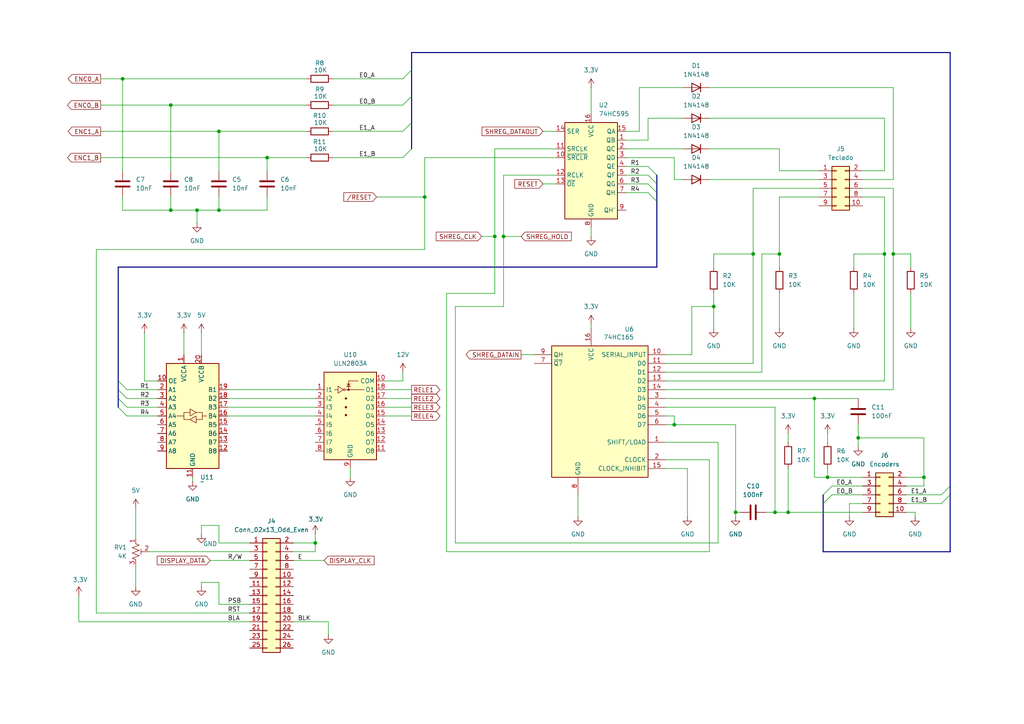
<source format=kicad_sch>
(kicad_sch (version 20231120) (generator "eeschema") (generator_version "8.0")
  (paper "A4")
  (lib_symbols
    (symbol "74xx:74HC165"
      (property "Reference" "U6" (at -3.556 22.606 0))
      (property "Value" "74HC165" (at -3.556 20.32 0))
      (symbol "74HC165_1_0"
        (pin input line (at -12.7 -10.16 0) (length 5.08) (name "SHIFT/LOAD") (number "1"))
        (pin input line (at -12.7 15.24 0) (length 5.08) (name "SERIAL_INPUT") (number "10"))
        (pin input line (at -12.7 12.7 0) (length 5.08) (name "D0") (number "11"))
        (pin input line (at -12.7 10.16 0) (length 5.08) (name "D1") (number "12"))
        (pin input line (at -12.7 7.62 0) (length 5.08) (name "D2") (number "13"))
        (pin input line (at -12.7 5.08 0) (length 5.08) (name "D3") (number "14"))
        (pin input line (at -12.7 -17.78 0) (length 5.08) (name "CLOCK_INHIBIT") (number "15"))
        (pin power_in line (at 8.89 22.86 270) (length 5.08) (name "VCC") (number "16"))
        (pin input line (at -12.7 -15.24 0) (length 5.08) (name "CLOCK") (number "2"))
        (pin input line (at -12.7 2.54 0) (length 5.08) (name "D4") (number "3"))
        (pin input line (at -12.7 0 0) (length 5.08) (name "D5") (number "4"))
        (pin input line (at -12.7 -2.54 0) (length 5.08) (name "D6") (number "5"))
        (pin input line (at -12.7 -5.08 0) (length 5.08) (name "D7") (number "6"))
        (pin output line (at 25.4 12.7 180) (length 5.08) (name "~{Q7}") (number "7"))
        (pin power_in line (at 12.7 -25.4 90) (length 5.08) (name "GND") (number "8"))
        (pin output line (at 25.4 15.24 180) (length 5.08) (name "QH") (number "9"))
      )
      (symbol "74HC165_1_1"
        (rectangle (start -7.62 17.78) (end 20.32 -20.32) (stroke (width 0.254)) (fill (type background)))
      )
    )
    (symbol "74xx:74HC595"
      (property "Reference" "U" (at -7.62 13.97 0))
      (property "Value" "74HC595" (at -7.62 -16.51 0))
      (symbol "74HC595_1_0"
        (pin tri_state line (at 10.16 7.62 180) (length 2.54) (name "QB") (number "1"))
        (pin input line (at -10.16 2.54 0) (length 2.54) (name "~{SRCLR}") (number "10"))
        (pin input line (at -10.16 5.08 0) (length 2.54) (name "SRCLK") (number "11"))
        (pin input line (at -10.16 -2.54 0) (length 2.54) (name "RCLK") (number "12"))
        (pin input line (at -10.16 -5.08 0) (length 2.54) (name "~{OE}") (number "13"))
        (pin input line (at -10.16 10.16 0) (length 2.54) (name "SER") (number "14"))
        (pin tri_state line (at 10.16 10.16 180) (length 2.54) (name "QA") (number "15"))
        (pin power_in line (at 0 15.24 270) (length 2.54) (name "VCC") (number "16"))
        (pin tri_state line (at 10.16 5.08 180) (length 2.54) (name "QC") (number "2"))
        (pin tri_state line (at 10.16 2.54 180) (length 2.54) (name "QD") (number "3"))
        (pin tri_state line (at 10.16 0 180) (length 2.54) (name "QE") (number "4"))
        (pin tri_state line (at 10.16 -2.54 180) (length 2.54) (name "QF") (number "5"))
        (pin tri_state line (at 10.16 -5.08 180) (length 2.54) (name "QG") (number "6"))
        (pin tri_state line (at 10.16 -7.62 180) (length 2.54) (name "QH") (number "7"))
        (pin power_in line (at 0 -17.78 90) (length 2.54) (name "GND") (number "8"))
        (pin output line (at 10.16 -12.7 180) (length 2.54) (name "QH'") (number "9"))
      )
      (symbol "74HC595_1_1"
        (rectangle (start -7.62 12.7) (end 7.62 -15.24) (stroke (width 0.254)) (fill (type background)))
      )
    )
    (symbol "Connector_Generic:Conn_02x05_Odd_Even" (pin_names (offset 1.016) hide)
      (property "Reference" "J" (at 1.27 7.62 0))
      (property "Value" "Conn_02x05_Odd_Even" (at 1.27 -7.62 0))
      (symbol "Conn_02x05_Odd_Even_1_1"
        (rectangle (start -1.27 -4.953) (end 0 -5.207) (stroke (width 0.1524)))
        (rectangle (start -1.27 -2.413) (end 0 -2.667) (stroke (width 0.1524)))
        (rectangle (start -1.27 0.127) (end 0 -0.127) (stroke (width 0.1524)))
        (rectangle (start -1.27 2.667) (end 0 2.413) (stroke (width 0.1524)))
        (rectangle (start -1.27 5.207) (end 0 4.953) (stroke (width 0.1524)))
        (rectangle (start -1.27 6.35) (end 3.81 -6.35) (stroke (width 0.254)) (fill (type background)))
        (rectangle (start 3.81 -4.953) (end 2.54 -5.207) (stroke (width 0.1524)))
        (rectangle (start 3.81 -2.413) (end 2.54 -2.667) (stroke (width 0.1524)))
        (rectangle (start 3.81 0.127) (end 2.54 -0.127) (stroke (width 0.1524)))
        (rectangle (start 3.81 2.667) (end 2.54 2.413) (stroke (width 0.1524)))
        (rectangle (start 3.81 5.207) (end 2.54 4.953) (stroke (width 0.1524)))
        (pin passive line (at -5.08 5.08 0) (length 3.81) (name "Pin_1") (number "1"))
        (pin passive line (at 7.62 -5.08 180) (length 3.81) (name "Pin_10") (number "10"))
        (pin passive line (at 7.62 5.08 180) (length 3.81) (name "Pin_2") (number "2"))
        (pin passive line (at -5.08 2.54 0) (length 3.81) (name "Pin_3") (number "3"))
        (pin passive line (at 7.62 2.54 180) (length 3.81) (name "Pin_4") (number "4"))
        (pin passive line (at -5.08 0 0) (length 3.81) (name "Pin_5") (number "5"))
        (pin passive line (at 7.62 0 180) (length 3.81) (name "Pin_6") (number "6"))
        (pin passive line (at -5.08 -2.54 0) (length 3.81) (name "Pin_7") (number "7"))
        (pin passive line (at 7.62 -2.54 180) (length 3.81) (name "Pin_8") (number "8"))
        (pin passive line (at -5.08 -5.08 0) (length 3.81) (name "Pin_9") (number "9"))
      )
    )
    (symbol "Connector_Generic:Conn_02x13_Odd_Even" (pin_names (offset 1.016) hide)
      (property "Reference" "J" (at 1.27 17.78 0))
      (property "Value" "Conn_02x13_Odd_Even" (at 1.27 -17.78 0))
      (symbol "Conn_02x13_Odd_Even_1_1"
        (rectangle (start -1.27 -15.113) (end 0 -15.367) (stroke (width 0.1524)))
        (rectangle (start -1.27 -12.573) (end 0 -12.827) (stroke (width 0.1524)))
        (rectangle (start -1.27 -10.033) (end 0 -10.287) (stroke (width 0.1524)))
        (rectangle (start -1.27 -7.493) (end 0 -7.747) (stroke (width 0.1524)))
        (rectangle (start -1.27 -4.953) (end 0 -5.207) (stroke (width 0.1524)))
        (rectangle (start -1.27 -2.413) (end 0 -2.667) (stroke (width 0.1524)))
        (rectangle (start -1.27 0.127) (end 0 -0.127) (stroke (width 0.1524)))
        (rectangle (start -1.27 2.667) (end 0 2.413) (stroke (width 0.1524)))
        (rectangle (start -1.27 5.207) (end 0 4.953) (stroke (width 0.1524)))
        (rectangle (start -1.27 7.747) (end 0 7.493) (stroke (width 0.1524)))
        (rectangle (start -1.27 10.287) (end 0 10.033) (stroke (width 0.1524)))
        (rectangle (start -1.27 12.827) (end 0 12.573) (stroke (width 0.1524)))
        (rectangle (start -1.27 15.367) (end 0 15.113) (stroke (width 0.1524)))
        (rectangle (start -1.27 16.51) (end 3.81 -16.51) (stroke (width 0.254)) (fill (type background)))
        (rectangle (start 3.81 -15.113) (end 2.54 -15.367) (stroke (width 0.1524)))
        (rectangle (start 3.81 -12.573) (end 2.54 -12.827) (stroke (width 0.1524)))
        (rectangle (start 3.81 -10.033) (end 2.54 -10.287) (stroke (width 0.1524)))
        (rectangle (start 3.81 -7.493) (end 2.54 -7.747) (stroke (width 0.1524)))
        (rectangle (start 3.81 -4.953) (end 2.54 -5.207) (stroke (width 0.1524)))
        (rectangle (start 3.81 -2.413) (end 2.54 -2.667) (stroke (width 0.1524)))
        (rectangle (start 3.81 0.127) (end 2.54 -0.127) (stroke (width 0.1524)))
        (rectangle (start 3.81 2.667) (end 2.54 2.413) (stroke (width 0.1524)))
        (rectangle (start 3.81 5.207) (end 2.54 4.953) (stroke (width 0.1524)))
        (rectangle (start 3.81 7.747) (end 2.54 7.493) (stroke (width 0.1524)))
        (rectangle (start 3.81 10.287) (end 2.54 10.033) (stroke (width 0.1524)))
        (rectangle (start 3.81 12.827) (end 2.54 12.573) (stroke (width 0.1524)))
        (rectangle (start 3.81 15.367) (end 2.54 15.113) (stroke (width 0.1524)))
        (pin passive line (at -5.08 15.24 0) (length 3.81) (name "Pin_1") (number "1"))
        (pin passive line (at 7.62 5.08 180) (length 3.81) (name "Pin_10") (number "10"))
        (pin passive line (at -5.08 2.54 0) (length 3.81) (name "Pin_11") (number "11"))
        (pin passive line (at 7.62 2.54 180) (length 3.81) (name "Pin_12") (number "12"))
        (pin passive line (at -5.08 0 0) (length 3.81) (name "Pin_13") (number "13"))
        (pin passive line (at 7.62 0 180) (length 3.81) (name "Pin_14") (number "14"))
        (pin passive line (at -5.08 -2.54 0) (length 3.81) (name "Pin_15") (number "15"))
        (pin passive line (at 7.62 -2.54 180) (length 3.81) (name "Pin_16") (number "16"))
        (pin passive line (at -5.08 -5.08 0) (length 3.81) (name "Pin_17") (number "17"))
        (pin passive line (at 7.62 -5.08 180) (length 3.81) (name "Pin_18") (number "18"))
        (pin passive line (at -5.08 -7.62 0) (length 3.81) (name "Pin_19") (number "19"))
        (pin passive line (at 7.62 15.24 180) (length 3.81) (name "Pin_2") (number "2"))
        (pin passive line (at 7.62 -7.62 180) (length 3.81) (name "Pin_20") (number "20"))
        (pin passive line (at -5.08 -10.16 0) (length 3.81) (name "Pin_21") (number "21"))
        (pin passive line (at 7.62 -10.16 180) (length 3.81) (name "Pin_22") (number "22"))
        (pin passive line (at -5.08 -12.7 0) (length 3.81) (name "Pin_23") (number "23"))
        (pin passive line (at 7.62 -12.7 180) (length 3.81) (name "Pin_24") (number "24"))
        (pin passive line (at -5.08 -15.24 0) (length 3.81) (name "Pin_25") (number "25"))
        (pin passive line (at 7.62 -15.24 180) (length 3.81) (name "Pin_26") (number "26"))
        (pin passive line (at -5.08 12.7 0) (length 3.81) (name "Pin_3") (number "3"))
        (pin passive line (at 7.62 12.7 180) (length 3.81) (name "Pin_4") (number "4"))
        (pin passive line (at -5.08 10.16 0) (length 3.81) (name "Pin_5") (number "5"))
        (pin passive line (at 7.62 10.16 180) (length 3.81) (name "Pin_6") (number "6"))
        (pin passive line (at -5.08 7.62 0) (length 3.81) (name "Pin_7") (number "7"))
        (pin passive line (at 7.62 7.62 180) (length 3.81) (name "Pin_8") (number "8"))
        (pin passive line (at -5.08 5.08 0) (length 3.81) (name "Pin_9") (number "9"))
      )
    )
    (symbol "Device:C" (pin_numbers hide) (pin_names (offset 0.254))
      (property "Reference" "C" (at 0.635 2.54 0))
      (property "Value" "C" (at 0.635 -2.54 0))
      (symbol "C_0_1"
        (polyline (pts (xy -2.032 -0.762) (xy 2.032 -0.762)) (stroke (width 0.508)))
        (polyline (pts (xy -2.032 0.762) (xy 2.032 0.762)) (stroke (width 0.508)))
      )
      (symbol "C_1_1"
        (pin passive line (at 0 3.81 270) (length 2.794) (name "~") (number "1"))
        (pin passive line (at 0 -3.81 90) (length 2.794) (name "~") (number "2"))
      )
    )
    (symbol "Device:R" (pin_numbers hide) (pin_names (offset 0))
      (property "Reference" "R" (at 2.032 0 90))
      (property "Value" "R" (at 0 0 90))
      (symbol "R_0_1"
        (rectangle (start -1.016 -2.54) (end 1.016 2.54) (stroke (width 0.254)))
      )
      (symbol "R_1_1"
        (pin passive line (at 0 3.81 270) (length 1.27) (name "~") (number "1"))
        (pin passive line (at 0 -3.81 90) (length 1.27) (name "~") (number "2"))
      )
    )
    (symbol "Device:R_Potentiometer_Trim_US" (pin_names (offset 1.016) hide)
      (property "Reference" "RV" (at -4.445 0 90))
      (property "Value" "R_Potentiometer_Trim_US" (at -2.54 0 90))
      (symbol "R_Potentiometer_Trim_US_0_1"
        (polyline (pts (xy 0 -2.286) (xy 0 -2.54)))
        (polyline (pts (xy 0 2.286) (xy 0 2.54)))
        (polyline (pts (xy 1.524 0.762) (xy 1.524 -0.762)))
        (polyline (pts (xy 2.54 0) (xy 1.524 0)))
        (polyline (pts (xy 0 -0.762) (xy 1.016 -1.143) (xy 0 -1.524) (xy -1.016 -1.905) (xy 0 -2.286)))
        (polyline (pts (xy 0 0.762) (xy 1.016 0.381) (xy 0 0) (xy -1.016 -0.381) (xy 0 -0.762)))
        (polyline (pts (xy 0 2.286) (xy 1.016 1.905) (xy 0 1.524) (xy -1.016 1.143) (xy 0 0.762)))
      )
      (symbol "R_Potentiometer_Trim_US_1_1"
        (pin passive line (at 0 3.81 270) (length 1.27) (name "1") (number "1"))
        (pin passive line (at 3.81 0 180) (length 1.27) (name "2") (number "2"))
        (pin passive line (at 0 -3.81 90) (length 1.27) (name "3") (number "3"))
      )
    )
    (symbol "Diode:1N4148" (pin_numbers hide) (pin_names hide)
      (property "Reference" "D" (at 0 2.54 0))
      (property "Value" "1N4148" (at 0 -2.54 0))
      (symbol "1N4148_0_1"
        (polyline (pts (xy -1.27 1.27) (xy -1.27 -1.27)) (stroke (width 0.254)))
        (polyline (pts (xy 1.27 0) (xy -1.27 0)))
        (polyline (pts (xy 1.27 1.27) (xy 1.27 -1.27) (xy -1.27 0) (xy 1.27 1.27)) (stroke (width 0.254)))
      )
      (symbol "1N4148_1_1"
        (pin passive line (at -3.81 0 0) (length 2.54) (name "K") (number "1"))
        (pin passive line (at 3.81 0 180) (length 2.54) (name "A") (number "2"))
      )
    )
    (symbol "Transistor_Array:ULN2803A"
      (property "Reference" "U" (at 0 13.335 0))
      (property "Value" "ULN2803A" (at 0 11.43 0))
      (symbol "ULN2803A_0_1"
        (rectangle (start -7.62 -15.24) (end 7.62 10.16) (stroke (width 0.254)) (fill (type background)))
        (circle (center -1.778 5.08) (radius 0.254))
        (circle (center -1.27 -2.286) (radius 0.254) (fill (type outline)))
        (circle (center -1.27 0) (radius 0.254) (fill (type outline)))
        (circle (center -1.27 2.54) (radius 0.254) (fill (type outline)))
        (circle (center -0.508 5.08) (radius 0.254) (fill (type outline)))
        (polyline (pts (xy -4.572 5.08) (xy -3.556 5.08)))
        (polyline (pts (xy -1.524 5.08) (xy 4.064 5.08)))
        (polyline (pts (xy 0 6.731) (xy -1.016 6.731)))
        (polyline (pts (xy -0.508 5.08) (xy -0.508 7.62) (xy 2.286 7.62)))
        (polyline (pts (xy -3.556 6.096) (xy -3.556 4.064) (xy -2.032 5.08) (xy -3.556 6.096)))
        (polyline (pts (xy 0 5.969) (xy -1.016 5.969) (xy -0.508 6.731) (xy 0 5.969)))
      )
      (symbol "ULN2803A_1_1"
        (pin input line (at -10.16 5.08 0) (length 2.54) (name "I1") (number "1"))
        (pin passive line (at 10.16 7.62 180) (length 2.54) (name "COM") (number "10"))
        (pin open_collector line (at 10.16 -12.7 180) (length 2.54) (name "O8") (number "11"))
        (pin open_collector line (at 10.16 -10.16 180) (length 2.54) (name "O7") (number "12"))
        (pin open_collector line (at 10.16 -7.62 180) (length 2.54) (name "O6") (number "13"))
        (pin open_collector line (at 10.16 -5.08 180) (length 2.54) (name "O5") (number "14"))
        (pin open_collector line (at 10.16 -2.54 180) (length 2.54) (name "O4") (number "15"))
        (pin open_collector line (at 10.16 0 180) (length 2.54) (name "O3") (number "16"))
        (pin open_collector line (at 10.16 2.54 180) (length 2.54) (name "O2") (number "17"))
        (pin open_collector line (at 10.16 5.08 180) (length 2.54) (name "O1") (number "18"))
        (pin input line (at -10.16 2.54 0) (length 2.54) (name "I2") (number "2"))
        (pin input line (at -10.16 0 0) (length 2.54) (name "I3") (number "3"))
        (pin input line (at -10.16 -2.54 0) (length 2.54) (name "I4") (number "4"))
        (pin input line (at -10.16 -5.08 0) (length 2.54) (name "I5") (number "5"))
        (pin input line (at -10.16 -7.62 0) (length 2.54) (name "I6") (number "6"))
        (pin input line (at -10.16 -10.16 0) (length 2.54) (name "I7") (number "7"))
        (pin input line (at -10.16 -12.7 0) (length 2.54) (name "I8") (number "8"))
        (pin power_in line (at 0 -17.78 90) (length 2.54) (name "GND") (number "9"))
      )
    )
    (symbol "dev_boards:TXB0108_BOARD"
      (property "Reference" "U" (at 0 0 0))
      (symbol "TXB0108_BOARD_0_1"
        (rectangle (start -12.7 -1.27) (end 2.54 -31.75) (stroke (width 0.254)) (fill (type background)))
        (polyline (pts (xy -7.62 -16.51) (xy -7.62 -15.494) (xy -5.842 -15.494)))
        (polyline (pts (xy -2.286 -16.51) (xy -2.286 -17.526) (xy -4.064 -17.526)))
        (polyline (pts (xy -5.842 -17.526) (xy -7.62 -17.526) (xy -7.62 -16.51) (xy -9.652 -16.51)))
        (polyline (pts (xy -5.842 -17.526) (xy -4.064 -16.51) (xy -4.064 -18.542) (xy -5.842 -17.526)))
        (polyline (pts (xy -4.064 -15.494) (xy -5.842 -16.51) (xy -5.842 -14.478) (xy -4.064 -15.494)))
        (polyline (pts (xy -4.064 -15.494) (xy -2.286 -15.494) (xy -2.286 -16.51) (xy -1.016 -16.51)))
      )
      (symbol "TXB0108_BOARD_1_1"
        (pin power_in line (at -7.62 1.27 270) (length 2.54) (name "VCCA") (number "1"))
        (pin input line (at -15.24 -6.35 0) (length 2.54) (name "OE") (number "10"))
        (pin power_in line (at -5.08 -34.29 90) (length 2.54) (name "GND") (number "11"))
        (pin bidirectional line (at 5.08 -26.67 180) (length 2.54) (name "B8") (number "12"))
        (pin bidirectional line (at 5.08 -24.13 180) (length 2.54) (name "B7") (number "13"))
        (pin bidirectional line (at 5.08 -21.59 180) (length 2.54) (name "B6") (number "14"))
        (pin bidirectional line (at 5.08 -19.05 180) (length 2.54) (name "B5") (number "15"))
        (pin bidirectional line (at 5.08 -16.51 180) (length 2.54) (name "B4") (number "16"))
        (pin bidirectional line (at 5.08 -13.97 180) (length 2.54) (name "B3") (number "17"))
        (pin bidirectional line (at 5.08 -11.43 180) (length 2.54) (name "B2") (number "18"))
        (pin bidirectional line (at 5.08 -8.89 180) (length 2.54) (name "B1") (number "19"))
        (pin bidirectional line (at -15.24 -8.89 0) (length 2.54) (name "A1") (number "2"))
        (pin power_in line (at -2.54 1.27 270) (length 2.54) (name "VCCB") (number "20"))
        (pin bidirectional line (at -15.24 -11.43 0) (length 2.54) (name "A2") (number "3"))
        (pin bidirectional line (at -15.24 -13.97 0) (length 2.54) (name "A3") (number "4"))
        (pin bidirectional line (at -15.24 -16.51 0) (length 2.54) (name "A4") (number "5"))
        (pin bidirectional line (at -15.24 -19.05 0) (length 2.54) (name "A5") (number "6"))
        (pin bidirectional line (at -15.24 -21.59 0) (length 2.54) (name "A6") (number "7"))
        (pin bidirectional line (at -15.24 -24.13 0) (length 2.54) (name "A7") (number "8"))
        (pin bidirectional line (at -15.24 -26.67 0) (length 2.54) (name "A8") (number "9"))
      )
    )
    (symbol "power:GND" (power) (pin_numbers hide) (pin_names (offset 0) hide)
      (property "Value" "GND" (at 0 -3.81 0))
      (symbol "GND_0_1"
        (polyline (pts (xy 0 0) (xy 0 -1.27) (xy 1.27 -1.27) (xy 0 -2.54) (xy -1.27 -1.27) (xy 0 -1.27)))
      )
      (symbol "GND_1_1"
        (pin power_in line (at 0 0 270) (length 0) (name "~") (number "1"))
      )
    )
    (symbol "power:VCC" (power) (pin_numbers hide) (pin_names (offset 0) hide)
      (property "Value" "VCC" (at 0 3.556 0))
      (symbol "VCC_0_1"
        (polyline (pts (xy -0.762 1.27) (xy 0 2.54)))
        (polyline (pts (xy 0 0) (xy 0 2.54)))
        (polyline (pts (xy 0 2.54) (xy 0.762 1.27)))
      )
      (symbol "VCC_1_1"
        (pin power_in line (at 0 0 90) (length 0) (name "~") (number "1"))
      )
    )
  )
  (junction (at 35.56 22.86))
  (junction (at 248.92 127))
  (junction (at 91.44 157.48))
  (junction (at 63.5 60.96))
  (junction (at 77.47 45.72))
  (junction (at 236.22 115.57))
  (junction (at 195.58 123.19))
  (junction (at 267.97 138.43))
  (junction (at 226.06 73.66))
  (junction (at 224.79 148.59))
  (junction (at 146.05 68.58))
  (junction (at 123.19 57.15))
  (junction (at 259.08 73.66))
  (junction (at 218.44 73.66))
  (junction (at 228.6 148.59))
  (junction (at 256.54 73.66))
  (junction (at 49.53 30.48))
  (junction (at 240.03 138.43))
  (junction (at 143.51 68.58))
  (junction (at 57.15 60.96))
  (junction (at 207.01 88.9))
  (junction (at 63.5 38.1))
  (junction (at 49.53 60.96))
  (junction (at 213.36 148.59))
  (bus_entry (at 187.96 53.34) (size 2.54 2.54))
  (bus_entry (at 187.96 48.26) (size 2.54 2.54))
  (bus_entry (at 273.05 143.51) (size 2.54 -2.54))
  (bus_entry (at 116.84 38.1) (size 2.54 -2.54))
  (bus_entry (at 273.05 146.05) (size 2.54 -2.54))
  (bus_entry (at 187.96 55.88) (size 2.54 2.54))
  (bus_entry (at 34.29 113.03) (size 2.54 2.54))
  (bus_entry (at 238.76 146.05) (size 2.54 -2.54))
  (bus_entry (at 116.84 45.72) (size 2.54 -2.54))
  (bus_entry (at 187.96 50.8) (size 2.54 2.54))
  (bus_entry (at 116.84 22.86) (size 2.54 -2.54))
  (bus_entry (at 34.29 115.57) (size 2.54 2.54))
  (bus_entry (at 34.29 110.49) (size 2.54 2.54))
  (bus_entry (at 34.29 118.11) (size 2.54 2.54))
  (bus_entry (at 238.76 143.51) (size 2.54 -2.54))
  (bus_entry (at 116.84 30.48) (size 2.54 -2.54))
  (wire (pts (xy 27.94 72.39) (xy 27.94 177.8)))
  (wire (pts (xy 146.05 88.9) (xy 132.08 88.9)))
  (wire (pts (xy 132.08 88.9) (xy 132.08 157.48)))
  (wire (pts (xy 66.04 113.03) (xy 91.44 113.03)))
  (wire (pts (xy 36.83 115.57) (xy 45.72 115.57)))
  (wire (pts (xy 29.21 38.1) (xy 63.5 38.1)))
  (wire (pts (xy 72.39 175.26) (xy 63.5 175.26)))
  (wire (pts (xy 53.34 96.52) (xy 53.34 102.87)))
  (wire (pts (xy 63.5 157.48) (xy 72.39 157.48)))
  (wire (pts (xy 218.44 73.66) (xy 218.44 54.61)))
  (wire (pts (xy 241.3 140.97) (xy 250.19 140.97)))
  (wire (pts (xy 93.98 162.56) (xy 85.09 162.56)))
  (bus (pts (xy 190.5 55.88) (xy 190.5 58.42)))
  (wire (pts (xy 193.04 128.27) (xy 208.28 128.27)))
  (wire (pts (xy 262.89 138.43) (xy 267.97 138.43)))
  (wire (pts (xy 218.44 54.61) (xy 237.49 54.61)))
  (wire (pts (xy 129.54 160.02) (xy 205.74 160.02)))
  (wire (pts (xy 171.45 25.4) (xy 171.45 33.02)))
  (wire (pts (xy 248.92 115.57) (xy 236.22 115.57)))
  (wire (pts (xy 199.39 135.89) (xy 193.04 135.89)))
  (wire (pts (xy 29.21 30.48) (xy 49.53 30.48)))
  (bus (pts (xy 119.38 35.56) (xy 119.38 43.18)))
  (wire (pts (xy 195.58 123.19) (xy 193.04 123.19)))
  (wire (pts (xy 143.51 68.58) (xy 143.51 85.09)))
  (bus (pts (xy 34.29 115.57) (xy 34.29 118.11)))
  (wire (pts (xy 143.51 68.58) (xy 143.51 43.18)))
  (wire (pts (xy 143.51 43.18) (xy 161.29 43.18)))
  (wire (pts (xy 151.13 102.87) (xy 154.94 102.87)))
  (wire (pts (xy 224.79 118.11) (xy 224.79 148.59)))
  (wire (pts (xy 43.18 160.02) (xy 72.39 160.02)))
  (wire (pts (xy 77.47 57.15) (xy 77.47 60.96)))
  (wire (pts (xy 63.5 60.96) (xy 57.15 60.96)))
  (wire (pts (xy 250.19 54.61) (xy 259.08 54.61)))
  (wire (pts (xy 224.79 148.59) (xy 228.6 148.59)))
  (wire (pts (xy 248.92 123.19) (xy 248.92 127)))
  (wire (pts (xy 27.94 72.39) (xy 123.19 72.39)))
  (wire (pts (xy 256.54 110.49) (xy 256.54 73.66)))
  (wire (pts (xy 199.39 135.89) (xy 199.39 149.86)))
  (wire (pts (xy 111.76 110.49) (xy 116.84 110.49)))
  (wire (pts (xy 111.76 113.03) (xy 119.38 113.03)))
  (wire (pts (xy 181.61 38.1) (xy 185.42 38.1)))
  (wire (pts (xy 195.58 120.65) (xy 195.58 123.19)))
  (wire (pts (xy 259.08 25.4) (xy 259.08 52.07)))
  (wire (pts (xy 167.64 143.51) (xy 167.64 149.86)))
  (wire (pts (xy 123.19 72.39) (xy 123.19 57.15)))
  (wire (pts (xy 49.53 30.48) (xy 49.53 49.53)))
  (wire (pts (xy 262.89 140.97) (xy 267.97 140.97)))
  (wire (pts (xy 95.25 184.15) (xy 95.25 180.34)))
  (wire (pts (xy 226.06 73.66) (xy 226.06 77.47)))
  (wire (pts (xy 236.22 115.57) (xy 236.22 138.43)))
  (wire (pts (xy 226.06 49.53) (xy 226.06 43.18)))
  (wire (pts (xy 88.9 45.72) (xy 77.47 45.72)))
  (wire (pts (xy 35.56 57.15) (xy 35.56 60.96)))
  (wire (pts (xy 256.54 49.53) (xy 250.19 49.53)))
  (wire (pts (xy 262.89 146.05) (xy 273.05 146.05)))
  (bus (pts (xy 190.5 77.47) (xy 34.29 77.47)))
  (wire (pts (xy 259.08 52.07) (xy 250.19 52.07)))
  (wire (pts (xy 213.36 123.19) (xy 213.36 148.59)))
  (wire (pts (xy 185.42 38.1) (xy 185.42 25.4)))
  (wire (pts (xy 39.37 147.32) (xy 39.37 156.21)))
  (wire (pts (xy 195.58 52.07) (xy 198.12 52.07)))
  (wire (pts (xy 187.96 34.29) (xy 198.12 34.29)))
  (wire (pts (xy 111.76 115.57) (xy 119.38 115.57)))
  (wire (pts (xy 22.86 180.34) (xy 22.86 172.72)))
  (wire (pts (xy 101.6 135.89) (xy 101.6 138.43)))
  (bus (pts (xy 275.59 160.02) (xy 238.76 160.02)))
  (wire (pts (xy 265.43 148.59) (xy 265.43 149.86)))
  (wire (pts (xy 143.51 85.09) (xy 129.54 85.09)))
  (bus (pts (xy 119.38 20.32) (xy 119.38 27.94)))
  (wire (pts (xy 22.86 180.34) (xy 72.39 180.34)))
  (wire (pts (xy 96.52 45.72) (xy 116.84 45.72)))
  (wire (pts (xy 57.15 60.96) (xy 57.15 64.77)))
  (wire (pts (xy 259.08 113.03) (xy 193.04 113.03)))
  (wire (pts (xy 207.01 88.9) (xy 200.66 88.9)))
  (wire (pts (xy 218.44 105.41) (xy 218.44 73.66)))
  (wire (pts (xy 256.54 57.15) (xy 256.54 73.66)))
  (wire (pts (xy 262.89 143.51) (xy 273.05 143.51)))
  (wire (pts (xy 181.61 40.64) (xy 187.96 40.64)))
  (wire (pts (xy 248.92 127) (xy 267.97 127)))
  (bus (pts (xy 34.29 110.49) (xy 34.29 113.03)))
  (wire (pts (xy 267.97 127) (xy 267.97 138.43)))
  (wire (pts (xy 123.19 57.15) (xy 109.22 57.15)))
  (wire (pts (xy 213.36 123.19) (xy 195.58 123.19)))
  (wire (pts (xy 63.5 38.1) (xy 63.5 49.53)))
  (wire (pts (xy 66.04 118.11) (xy 91.44 118.11)))
  (wire (pts (xy 193.04 118.11) (xy 224.79 118.11)))
  (bus (pts (xy 34.29 77.47) (xy 34.29 110.49)))
  (wire (pts (xy 250.19 148.59) (xy 228.6 148.59)))
  (wire (pts (xy 208.28 128.27) (xy 208.28 157.48)))
  (wire (pts (xy 193.04 120.65) (xy 195.58 120.65)))
  (wire (pts (xy 111.76 118.11) (xy 119.38 118.11)))
  (wire (pts (xy 247.65 77.47) (xy 247.65 73.66)))
  (wire (pts (xy 116.84 110.49) (xy 116.84 107.95)))
  (wire (pts (xy 236.22 138.43) (xy 240.03 138.43)))
  (wire (pts (xy 123.19 45.72) (xy 123.19 57.15)))
  (wire (pts (xy 247.65 85.09) (xy 247.65 95.25)))
  (wire (pts (xy 207.01 88.9) (xy 207.01 95.25)))
  (wire (pts (xy 95.25 180.34) (xy 85.09 180.34)))
  (wire (pts (xy 63.5 57.15) (xy 63.5 60.96)))
  (bus (pts (xy 119.38 27.94) (xy 119.38 35.56)))
  (wire (pts (xy 193.04 115.57) (xy 236.22 115.57)))
  (wire (pts (xy 111.76 120.65) (xy 119.38 120.65)))
  (wire (pts (xy 63.5 152.4) (xy 58.42 152.4)))
  (bus (pts (xy 275.59 140.97) (xy 275.59 15.24)))
  (wire (pts (xy 77.47 45.72) (xy 77.47 49.53)))
  (wire (pts (xy 77.47 60.96) (xy 63.5 60.96)))
  (wire (pts (xy 181.61 43.18) (xy 198.12 43.18)))
  (wire (pts (xy 85.09 157.48) (xy 91.44 157.48)))
  (wire (pts (xy 41.91 96.52) (xy 41.91 110.49)))
  (wire (pts (xy 247.65 73.66) (xy 256.54 73.66)))
  (wire (pts (xy 63.5 157.48) (xy 63.5 152.4)))
  (wire (pts (xy 250.19 146.05) (xy 246.38 146.05)))
  (wire (pts (xy 262.89 148.59) (xy 265.43 148.59)))
  (wire (pts (xy 96.52 30.48) (xy 116.84 30.48)))
  (wire (pts (xy 205.74 25.4) (xy 259.08 25.4)))
  (wire (pts (xy 241.3 143.51) (xy 250.19 143.51)))
  (wire (pts (xy 220.98 107.95) (xy 220.98 73.66)))
  (wire (pts (xy 228.6 135.89) (xy 228.6 148.59)))
  (wire (pts (xy 195.58 45.72) (xy 195.58 52.07)))
  (wire (pts (xy 88.9 22.86) (xy 35.56 22.86)))
  (wire (pts (xy 205.74 34.29) (xy 256.54 34.29)))
  (wire (pts (xy 129.54 85.09) (xy 129.54 160.02)))
  (wire (pts (xy 66.04 120.65) (xy 91.44 120.65)))
  (bus (pts (xy 275.59 15.24) (xy 119.38 15.24)))
  (wire (pts (xy 226.06 57.15) (xy 237.49 57.15)))
  (wire (pts (xy 193.04 105.41) (xy 218.44 105.41)))
  (bus (pts (xy 238.76 146.05) (xy 238.76 160.02)))
  (wire (pts (xy 200.66 102.87) (xy 193.04 102.87)))
  (wire (pts (xy 193.04 110.49) (xy 256.54 110.49)))
  (wire (pts (xy 259.08 73.66) (xy 264.16 73.66)))
  (wire (pts (xy 226.06 57.15) (xy 226.06 73.66)))
  (bus (pts (xy 238.76 143.51) (xy 238.76 146.05)))
  (wire (pts (xy 49.53 60.96) (xy 57.15 60.96)))
  (bus (pts (xy 275.59 143.51) (xy 275.59 160.02)))
  (wire (pts (xy 181.61 48.26) (xy 187.96 48.26)))
  (wire (pts (xy 246.38 146.05) (xy 246.38 149.86)))
  (wire (pts (xy 36.83 113.03) (xy 45.72 113.03)))
  (bus (pts (xy 190.5 53.34) (xy 190.5 55.88)))
  (wire (pts (xy 240.03 135.89) (xy 240.03 138.43)))
  (wire (pts (xy 63.5 175.26) (xy 63.5 168.91)))
  (wire (pts (xy 205.74 52.07) (xy 237.49 52.07)))
  (wire (pts (xy 222.25 148.59) (xy 224.79 148.59)))
  (wire (pts (xy 146.05 68.58) (xy 151.13 68.58)))
  (wire (pts (xy 205.74 43.18) (xy 226.06 43.18)))
  (bus (pts (xy 190.5 58.42) (xy 190.5 77.47)))
  (wire (pts (xy 139.7 68.58) (xy 143.51 68.58)))
  (wire (pts (xy 96.52 22.86) (xy 116.84 22.86)))
  (wire (pts (xy 256.54 34.29) (xy 256.54 49.53)))
  (wire (pts (xy 49.53 57.15) (xy 49.53 60.96)))
  (wire (pts (xy 39.37 163.83) (xy 39.37 170.18)))
  (wire (pts (xy 185.42 25.4) (xy 198.12 25.4)))
  (wire (pts (xy 27.94 177.8) (xy 72.39 177.8)))
  (wire (pts (xy 146.05 50.8) (xy 146.05 68.58)))
  (wire (pts (xy 200.66 88.9) (xy 200.66 102.87)))
  (wire (pts (xy 181.61 53.34) (xy 187.96 53.34)))
  (wire (pts (xy 91.44 154.94) (xy 91.44 157.48)))
  (wire (pts (xy 226.06 85.09) (xy 226.06 95.25)))
  (wire (pts (xy 264.16 85.09) (xy 264.16 95.25)))
  (wire (pts (xy 193.04 107.95) (xy 220.98 107.95)))
  (wire (pts (xy 29.21 45.72) (xy 77.47 45.72)))
  (wire (pts (xy 146.05 68.58) (xy 146.05 88.9)))
  (wire (pts (xy 259.08 54.61) (xy 259.08 73.66)))
  (wire (pts (xy 213.36 148.59) (xy 214.63 148.59)))
  (wire (pts (xy 171.45 66.04) (xy 171.45 68.58)))
  (wire (pts (xy 29.21 22.86) (xy 35.56 22.86)))
  (wire (pts (xy 36.83 118.11) (xy 45.72 118.11)))
  (wire (pts (xy 45.72 110.49) (xy 41.91 110.49)))
  (wire (pts (xy 187.96 50.8) (xy 181.61 50.8)))
  (wire (pts (xy 35.56 60.96) (xy 49.53 60.96)))
  (wire (pts (xy 264.16 73.66) (xy 264.16 77.47)))
  (wire (pts (xy 60.96 162.56) (xy 72.39 162.56)))
  (wire (pts (xy 85.09 160.02) (xy 91.44 160.02)))
  (wire (pts (xy 181.61 45.72) (xy 195.58 45.72)))
  (bus (pts (xy 190.5 50.8) (xy 190.5 53.34)))
  (wire (pts (xy 259.08 73.66) (xy 259.08 113.03)))
  (wire (pts (xy 181.61 55.88) (xy 187.96 55.88)))
  (wire (pts (xy 91.44 160.02) (xy 91.44 157.48)))
  (wire (pts (xy 132.08 157.48) (xy 208.28 157.48)))
  (wire (pts (xy 55.88 138.43) (xy 55.88 139.7)))
  (wire (pts (xy 207.01 77.47) (xy 207.01 73.66)))
  (bus (pts (xy 119.38 15.24) (xy 119.38 20.32)))
  (wire (pts (xy 267.97 140.97) (xy 267.97 138.43)))
  (wire (pts (xy 123.19 45.72) (xy 161.29 45.72)))
  (bus (pts (xy 275.59 143.51) (xy 275.59 140.97)))
  (wire (pts (xy 171.45 93.98) (xy 171.45 95.25)))
  (wire (pts (xy 36.83 120.65) (xy 45.72 120.65)))
  (wire (pts (xy 187.96 40.64) (xy 187.96 34.29)))
  (wire (pts (xy 193.04 133.35) (xy 205.74 133.35)))
  (wire (pts (xy 157.48 38.1) (xy 161.29 38.1)))
  (wire (pts (xy 63.5 168.91) (xy 58.42 168.91)))
  (bus (pts (xy 34.29 113.03) (xy 34.29 115.57)))
  (wire (pts (xy 96.52 38.1) (xy 116.84 38.1)))
  (wire (pts (xy 58.42 96.52) (xy 58.42 102.87)))
  (wire (pts (xy 161.29 50.8) (xy 146.05 50.8)))
  (wire (pts (xy 58.42 168.91) (xy 58.42 170.18)))
  (wire (pts (xy 240.03 125.73) (xy 240.03 128.27)))
  (wire (pts (xy 228.6 125.73) (xy 228.6 128.27)))
  (wire (pts (xy 248.92 127) (xy 248.92 129.54)))
  (wire (pts (xy 226.06 49.53) (xy 237.49 49.53)))
  (wire (pts (xy 205.74 133.35) (xy 205.74 160.02)))
  (wire (pts (xy 207.01 73.66) (xy 218.44 73.66)))
  (wire (pts (xy 58.42 152.4) (xy 58.42 154.94)))
  (wire (pts (xy 88.9 38.1) (xy 63.5 38.1)))
  (wire (pts (xy 35.56 22.86) (xy 35.56 49.53)))
  (wire (pts (xy 66.04 115.57) (xy 91.44 115.57)))
  (wire (pts (xy 157.48 53.34) (xy 161.29 53.34)))
  (wire (pts (xy 220.98 73.66) (xy 226.06 73.66)))
  (wire (pts (xy 88.9 30.48) (xy 49.53 30.48)))
  (wire (pts (xy 240.03 138.43) (xy 250.19 138.43)))
  (wire (pts (xy 256.54 57.15) (xy 250.19 57.15)))
  (wire (pts (xy 207.01 85.09) (xy 207.01 88.9)))
  (wire (pts (xy 213.36 148.59) (xy 213.36 149.86)))
  (label "R4" (at 182.88 55.88 0))
  (label "E1_A" (at 104.14 38.1 0))
  (label "E0_A" (at 104.14 22.86 0))
  (label "E0_A" (at 242.57 140.97 0))
  (label "E0_B" (at 104.14 30.48 0))
  (label "PSB" (at 66.04 175.26 0))
  (label "BLK" (at 86.36 180.34 0))
  (label "E1_B" (at 104.14 45.72 0))
  (label "E0_B" (at 242.57 143.51 0))
  (label "R2" (at 182.88 50.8 0))
  (label "E" (at 86.36 162.56 0))
  (label "R2" (at 40.64 115.57 0))
  (label "R1" (at 40.64 113.03 0))
  (label "E1_A" (at 264.16 143.51 0))
  (label "R{slash}W" (at 66.04 162.56 0))
  (label "R3" (at 182.88 53.34 0))
  (label "BLA" (at 66.04 180.34 0))
  (label "R4" (at 40.64 120.65 0))
  (label "R1" (at 182.88 48.26 0))
  (label "E1_B" (at 264.16 146.05 0))
  (label "RST" (at 66.04 177.8 0))
  (label "R3" (at 40.64 118.11 0))
  (global_label "SHREG_DATAIN" (shape output) (at 151.13 102.87 180) (property "Intersheetrefs" "${INTERSHEET_REFS}" (effects (hide yes))))
  (global_label "ENC0_B" (shape output) (at 29.21 30.48 180) (property "Intersheetrefs" "${INTERSHEET_REFS}" (effects (hide yes))))
  (global_label "RELE4" (shape output) (at 119.38 120.65 0) (property "Intersheetrefs" "${INTERSHEET_REFS}" (effects (hide yes))))
  (global_label "RELE2" (shape output) (at 119.38 115.57 0) (property "Intersheetrefs" "${INTERSHEET_REFS}" (effects (hide yes))))
  (global_label "{slash}RESET" (shape input) (at 109.22 57.15 180) (property "Intersheetrefs" "${INTERSHEET_REFS}" (effects (hide yes))))
  (global_label "SHREG_HOLD" (shape input) (at 151.13 68.58 0) (property "Intersheetrefs" "${INTERSHEET_REFS}" (effects (hide yes))))
  (global_label "RESET" (shape input) (at 157.48 53.34 180) (property "Intersheetrefs" "${INTERSHEET_REFS}" (effects (hide yes))))
  (global_label "RELE1" (shape output) (at 119.38 113.03 0) (property "Intersheetrefs" "${INTERSHEET_REFS}" (effects (hide yes))))
  (global_label "RELE3" (shape output) (at 119.38 118.11 0) (property "Intersheetrefs" "${INTERSHEET_REFS}" (effects (hide yes))))
  (global_label "SHREG_CLK" (shape input) (at 139.7 68.58 180) (property "Intersheetrefs" "${INTERSHEET_REFS}" (effects (hide yes))))
  (global_label "ENC0_A" (shape output) (at 29.21 22.86 180) (property "Intersheetrefs" "${INTERSHEET_REFS}" (effects (hide yes))))
  (global_label "ENC1_B" (shape output) (at 29.21 45.72 180) (property "Intersheetrefs" "${INTERSHEET_REFS}" (effects (hide yes))))
  (global_label "DISPLAY_CLK" (shape input) (at 93.98 162.56 0) (property "Intersheetrefs" "${INTERSHEET_REFS}" (effects (hide yes))))
  (global_label "ENC1_A" (shape output) (at 29.21 38.1 180) (property "Intersheetrefs" "${INTERSHEET_REFS}" (effects (hide yes))))
  (global_label "SHREG_DATAOUT" (shape input) (at 157.48 38.1 180) (property "Intersheetrefs" "${INTERSHEET_REFS}" (effects (hide yes))))
  (global_label "DISPLAY_DATA" (shape input) (at 60.96 162.56 180) (property "Intersheetrefs" "${INTERSHEET_REFS}" (effects (hide yes))))
  (symbol (lib_id "Device:C") (at 35.56 53.34 0) (unit 1)
    (property "Reference" "C7" (at 39.37 52.0699 0) (effects (justify left)))
    (property "Value" "10nF" (at 39.37 54.6099 0) (effects (justify left)))
    (property "Description" "Unpolarized capacitor" (effects (hide yes)))
  )
  (symbol (lib_id "power:VCC") (at 53.34 96.52 0) (unit 1)
    (property "Reference" "#PWR10" (effects (hide yes)))
    (property "Value" "3,3V" (at 53.34 91.44 0))
    (property "Description" "Power symbol creates a global label with name \"VCC\"" (effects (hide yes)))
  )
  (symbol (lib_id "power:GND") (at 246.38 149.86 0) (unit 1)
    (property "Reference" "#PWR39" (effects (hide yes)))
    (property "Value" "GND" (at 246.38 154.94 0))
    (property "Description" "Power symbol creates a global label with name \"GND\" , ground" (effects (hide yes)))
  )
  (symbol (lib_id "74xx:74HC165") (at 180.34 118.11 0) (mirror y) (unit 1)
    (property "Reference" "U6" (at 183.896 95.504 0) (effects (justify left)))
    (property "Value" "74HC165" (at 183.896 97.79 0) (effects (justify left)))
    (property "Datasheet" "https://assets.nexperia.com/documents/data-sheet/74HC_HCT165.pdf" (effects (hide yes)))
    (property "Description" "Shift Register, 8-bit, Parallel Load" (effects (hide yes)))
  )
  (symbol (lib_id "Device:C") (at 77.47 53.34 0) (unit 1)
    (property "Reference" "C6" (at 81.28 52.0699 0) (effects (justify left)))
    (property "Value" "10nF" (at 81.28 54.6099 0) (effects (justify left)))
    (property "Description" "Unpolarized capacitor" (effects (hide yes)))
  )
  (symbol (lib_id "Connector_Generic:Conn_02x13_Odd_Even") (at 77.47 172.72 0) (unit 1)
    (property "Reference" "J4" (at 78.74 151.13 0))
    (property "Value" "Conn_02x13_Odd_Even" (at 78.74 153.67 0))
    (property "Description" "Generic connector, double row, 02x13, odd/even pin numbering scheme (row 1 odd numbers, row 2 even numbers), script generated (kicad-library-utils/schlib/autogen/connector/)" (effects (hide yes)))
  )
  (symbol (lib_id "Connector_Generic:Conn_02x05_Odd_Even") (at 255.27 143.51 0) (unit 1)
    (property "Reference" "J6" (at 256.54 132.08 0))
    (property "Value" "Encoders" (at 256.54 134.62 0))
    (property "Description" "Generic connector, double row, 02x05, odd/even pin numbering scheme (row 1 odd numbers, row 2 even numbers), script generated (kicad-library-utils/schlib/autogen/connector/)" (effects (hide yes)))
  )
  (symbol (lib_id "power:GND") (at 95.25 184.15 0) (unit 1)
    (property "Reference" "#PWR16" (effects (hide yes)))
    (property "Value" "GND" (at 95.25 189.23 0))
    (property "Description" "Power symbol creates a global label with name \"GND\" , ground" (effects (hide yes)))
  )
  (symbol (lib_id "power:GND") (at 167.64 149.86 0) (unit 1)
    (property "Reference" "#PWR28" (effects (hide yes)))
    (property "Value" "GND" (at 167.64 154.94 0))
    (property "Description" "Power symbol creates a global label with name \"GND\" , ground" (effects (hide yes)))
  )
  (symbol (lib_id "Diode:1N4148") (at 201.93 25.4 180) (unit 1)
    (property "Reference" "D1" (at 201.93 19.05 0))
    (property "Value" "1N4148" (at 201.93 21.59 0))
    (property "Footprint" "Diode_THT:D_DO-35_SOD27_P7.62mm_Horizontal" (effects (hide yes)))
    (property "Datasheet" "https://assets.nexperia.com/documents/data-sheet/1N4148_1N4448.pdf" (effects (hide yes)))
    (property "Description" "100V 0.15A standard switching diode, DO-35" (effects (hide yes)))
    (property "Sim.Device" "D" (effects (hide yes)))
    (property "Sim.Pins" "1=K 2=A" (effects (hide yes)))
  )
  (symbol (lib_id "Device:R_Potentiometer_Trim_US") (at 39.37 160.02 0) (unit 1)
    (property "Reference" "RV1" (at 36.83 158.7499 0) (effects (justify right)))
    (property "Value" "4K" (at 36.83 161.2899 0) (effects (justify right)))
    (property "Description" "Trim-potentiometer, US symbol" (effects (hide yes)))
  )
  (symbol (lib_id "Diode:1N4148") (at 201.93 43.18 180) (unit 1)
    (property "Reference" "D3" (at 201.93 36.83 0))
    (property "Value" "1N4148" (at 201.93 39.37 0))
    (property "Footprint" "Diode_THT:D_DO-35_SOD27_P7.62mm_Horizontal" (effects (hide yes)))
    (property "Datasheet" "https://assets.nexperia.com/documents/data-sheet/1N4148_1N4448.pdf" (effects (hide yes)))
    (property "Description" "100V 0.15A standard switching diode, DO-35" (effects (hide yes)))
    (property "Sim.Device" "D" (effects (hide yes)))
    (property "Sim.Pins" "1=K 2=A" (effects (hide yes)))
  )
  (symbol (lib_id "power:VCC") (at 39.37 147.32 0) (unit 1)
    (property "Reference" "#PWR19" (effects (hide yes)))
    (property "Value" "5V" (at 39.37 142.24 0))
    (property "Description" "Power symbol creates a global label with name \"VCC\"" (effects (hide yes)))
  )
  (symbol (lib_id "power:GND") (at 207.01 95.25 0) (unit 1)
    (property "Reference" "#PWR31" (effects (hide yes)))
    (property "Value" "GND" (at 207.01 100.33 0))
    (property "Description" "Power symbol creates a global label with name \"GND\" , ground" (effects (hide yes)))
  )
  (symbol (lib_id "74xx:74HC595") (at 171.45 48.26 0) (unit 1)
    (property "Reference" "U2" (at 173.6441 30.48 0) (effects (justify left)))
    (property "Value" "74HC595" (at 173.6441 33.02 0) (effects (justify left)))
    (property "Datasheet" "http://www.ti.com/lit/ds/symlink/sn74hc595.pdf" (effects (hide yes)))
    (property "Description" "8-bit serial in/out Shift Register 3-State Outputs" (effects (hide yes)))
  )
  (symbol (lib_id "Diode:1N4148") (at 201.93 52.07 180) (unit 1)
    (property "Reference" "D4" (at 201.93 45.72 0))
    (property "Value" "1N4148" (at 201.93 48.26 0))
    (property "Footprint" "Diode_THT:D_DO-35_SOD27_P7.62mm_Horizontal" (effects (hide yes)))
    (property "Datasheet" "https://assets.nexperia.com/documents/data-sheet/1N4148_1N4448.pdf" (effects (hide yes)))
    (property "Description" "100V 0.15A standard switching diode, DO-35" (effects (hide yes)))
    (property "Sim.Device" "D" (effects (hide yes)))
    (property "Sim.Pins" "1=K 2=A" (effects (hide yes)))
  )
  (symbol (lib_id "Device:C") (at 49.53 53.34 0) (unit 1)
    (property "Reference" "C8" (at 53.34 52.0699 0) (effects (justify left)))
    (property "Value" "10nF" (at 53.34 54.6099 0) (effects (justify left)))
    (property "Description" "Unpolarized capacitor" (effects (hide yes)))
  )
  (symbol (lib_id "Connector_Generic:Conn_02x05_Odd_Even") (at 242.57 54.61 0) (unit 1)
    (property "Reference" "J5" (at 243.84 43.18 0))
    (property "Value" "Teclado" (at 243.84 45.72 0))
    (property "Description" "Generic connector, double row, 02x05, odd/even pin numbering scheme (row 1 odd numbers, row 2 even numbers), script generated (kicad-library-utils/schlib/autogen/connector/)" (effects (hide yes)))
  )
  (symbol (lib_id "power:GND") (at 265.43 149.86 0) (unit 1)
    (property "Reference" "#PWR41" (effects (hide yes)))
    (property "Value" "GND" (at 265.43 154.94 0))
    (property "Description" "Power symbol creates a global label with name \"GND\" , ground" (effects (hide yes)))
  )
  (symbol (lib_id "power:GND") (at 55.88 139.7 0) (unit 1)
    (property "Reference" "#PWR9" (effects (hide yes)))
    (property "Value" "GND" (at 55.88 144.78 0))
    (property "Description" "Power symbol creates a global label with name \"GND\" , ground" (effects (hide yes)))
  )
  (symbol (lib_id "power:GND") (at 58.42 170.18 0) (unit 1)
    (property "Reference" "#PWR8" (effects (hide yes)))
    (property "Value" "GND" (at 58.42 175.26 0))
    (property "Description" "Power symbol creates a global label with name \"GND\" , ground" (effects (hide yes)))
  )
  (symbol (lib_id "dev_boards:TXB0108_BOARD") (at 60.96 104.14 0) (unit 1)
    (property "Reference" "U11" (at 58.0741 138.43 0) (effects (justify left)))
    (property "Value" "~" (at 58.0741 139.7 0) (effects (justify left)))
  )
  (symbol (lib_id "power:GND") (at 199.39 149.86 0) (unit 1)
    (property "Reference" "#PWR30" (effects (hide yes)))
    (property "Value" "GND" (at 199.39 154.94 0))
    (property "Description" "Power symbol creates a global label with name \"GND\" , ground" (effects (hide yes)))
  )
  (symbol (lib_id "power:GND") (at 213.36 149.86 0) (unit 1)
    (property "Reference" "#PWR40" (effects (hide yes)))
    (property "Value" "GND" (at 213.36 154.94 0))
    (property "Description" "Power symbol creates a global label with name \"GND\" , ground" (effects (hide yes)))
  )
  (symbol (lib_id "Device:R") (at 240.03 132.08 0) (unit 1)
    (property "Reference" "R6" (at 242.57 130.8099 0) (effects (justify left)))
    (property "Value" "10K" (at 242.57 133.3499 0) (effects (justify left)))
    (property "Description" "Resistor" (effects (hide yes)))
  )
  (symbol (lib_id "Device:R") (at 247.65 81.28 0) (unit 1)
    (property "Reference" "R4" (at 250.19 80.0099 0) (effects (justify left)))
    (property "Value" "10K" (at 250.19 82.5499 0) (effects (justify left)))
    (property "Description" "Resistor" (effects (hide yes)))
  )
  (symbol (lib_id "Device:C") (at 218.44 148.59 90) (unit 1)
    (property "Reference" "C10" (at 218.44 140.97 90))
    (property "Value" "100nF" (at 218.44 143.51 90))
    (property "Description" "Unpolarized capacitor" (effects (hide yes)))
  )
  (symbol (lib_id "power:GND") (at 226.06 95.25 0) (unit 1)
    (property "Reference" "#PWR22" (effects (hide yes)))
    (property "Value" "GND" (at 226.06 100.33 0))
    (property "Description" "Power symbol creates a global label with name \"GND\" , ground" (effects (hide yes)))
  )
  (symbol (lib_id "power:GND") (at 58.42 154.94 0) (unit 1)
    (property "Reference" "#PWR13" (effects (hide yes)))
    (property "Value" "GND" (at 60.96 157.734 0))
    (property "Description" "Power symbol creates a global label with name \"GND\" , ground" (effects (hide yes)))
  )
  (symbol (lib_id "Device:R") (at 264.16 81.28 0) (unit 1)
    (property "Reference" "R5" (at 266.7 80.0099 0) (effects (justify left)))
    (property "Value" "10K" (at 266.7 82.5499 0) (effects (justify left)))
    (property "Description" "Resistor" (effects (hide yes)))
  )
  (symbol (lib_id "Device:R") (at 92.71 30.48 90) (unit 1)
    (property "Reference" "R9" (at 92.71 25.908 90))
    (property "Value" "10K" (at 92.964 27.94 90))
    (property "Description" "Resistor" (effects (hide yes)))
  )
  (symbol (lib_id "Device:C") (at 248.92 119.38 0) (unit 1)
    (property "Reference" "C11" (at 252.73 118.1099 0) (effects (justify left)))
    (property "Value" "100nF" (at 252.73 120.6499 0) (effects (justify left)))
    (property "Description" "Unpolarized capacitor" (effects (hide yes)))
  )
  (symbol (lib_id "power:GND") (at 101.6 138.43 0) (unit 1)
    (property "Reference" "#PWR45" (effects (hide yes)))
    (property "Value" "GND" (at 101.6 143.51 0))
    (property "Description" "Power symbol creates a global label with name \"GND\" , ground" (effects (hide yes)))
  )
  (symbol (lib_id "power:VCC") (at 41.91 96.52 0) (unit 1)
    (property "Reference" "#PWR17" (effects (hide yes)))
    (property "Value" "3,3V" (at 41.91 91.44 0))
    (property "Description" "Power symbol creates a global label with name \"VCC\"" (effects (hide yes)))
  )
  (symbol (lib_id "Diode:1N4148") (at 201.93 34.29 180) (unit 1)
    (property "Reference" "D2" (at 201.93 27.94 0))
    (property "Value" "1N4148" (at 201.93 30.48 0))
    (property "Footprint" "Diode_THT:D_DO-35_SOD27_P7.62mm_Horizontal" (effects (hide yes)))
    (property "Datasheet" "https://assets.nexperia.com/documents/data-sheet/1N4148_1N4448.pdf" (effects (hide yes)))
    (property "Description" "100V 0.15A standard switching diode, DO-35" (effects (hide yes)))
    (property "Sim.Device" "D" (effects (hide yes)))
    (property "Sim.Pins" "1=K 2=A" (effects (hide yes)))
  )
  (symbol (lib_id "power:VCC") (at 22.86 172.72 0) (unit 1)
    (property "Reference" "#PWR20" (effects (hide yes)))
    (property "Value" "3,3V" (at 21.082 168.148 0) (effects (justify left)))
    (property "Description" "Power symbol creates a global label with name \"VCC\"" (effects (hide yes)))
  )
  (symbol (lib_id "power:VCC") (at 58.42 96.52 0) (unit 1)
    (property "Reference" "#PWR15" (effects (hide yes)))
    (property "Value" "5V" (at 58.42 91.44 0))
    (property "Description" "Power symbol creates a global label with name \"VCC\"" (effects (hide yes)))
  )
  (symbol (lib_id "power:VCC") (at 171.45 93.98 0) (unit 1)
    (property "Reference" "#PWR26" (effects (hide yes)))
    (property "Value" "3,3V" (at 171.45 88.9 0))
    (property "Description" "Power symbol creates a global label with name \"VCC\"" (effects (hide yes)))
  )
  (symbol (lib_id "Transistor_Array:ULN2803A") (at 101.6 118.11 0) (unit 1)
    (property "Reference" "U10" (at 101.6 102.87 0))
    (property "Value" "ULN2803A" (at 101.6 105.41 0))
    (property "Datasheet" "http://www.ti.com/lit/ds/symlink/uln2803a.pdf" (effects (hide yes)))
    (property "Description" "Darlington Transistor Arrays, SOIC18/DIP18" (effects (hide yes)))
  )
  (symbol (lib_id "Device:C") (at 63.5 53.34 0) (unit 1)
    (property "Reference" "C5" (at 67.31 52.0699 0) (effects (justify left)))
    (property "Value" "10nF" (at 67.31 54.6099 0) (effects (justify left)))
    (property "Description" "Unpolarized capacitor" (effects (hide yes)))
  )
  (symbol (lib_id "power:GND") (at 171.45 68.58 0) (unit 1)
    (property "Reference" "#PWR27" (effects (hide yes)))
    (property "Value" "GND" (at 171.45 73.66 0))
    (property "Description" "Power symbol creates a global label with name \"GND\" , ground" (effects (hide yes)))
  )
  (symbol (lib_id "power:GND") (at 247.65 95.25 0) (unit 1)
    (property "Reference" "#PWR23" (effects (hide yes)))
    (property "Value" "GND" (at 247.65 100.33 0))
    (property "Description" "Power symbol creates a global label with name \"GND\" , ground" (effects (hide yes)))
  )
  (symbol (lib_id "power:GND") (at 39.37 170.18 0) (unit 1)
    (property "Reference" "#PWR18" (effects (hide yes)))
    (property "Value" "GND" (at 39.37 175.26 0))
    (property "Description" "Power symbol creates a global label with name \"GND\" , ground" (effects (hide yes)))
  )
  (symbol (lib_id "Device:R") (at 92.71 45.72 90) (unit 1)
    (property "Reference" "R11" (at 92.71 41.148 90))
    (property "Value" "10K" (at 92.964 43.18 90))
    (property "Description" "Resistor" (effects (hide yes)))
  )
  (symbol (lib_id "Device:R") (at 226.06 81.28 0) (unit 1)
    (property "Reference" "R3" (at 228.6 80.0099 0) (effects (justify left)))
    (property "Value" "10K" (at 228.6 82.5499 0) (effects (justify left)))
    (property "Description" "Resistor" (effects (hide yes)))
  )
  (symbol (lib_id "Device:R") (at 92.71 38.1 90) (unit 1)
    (property "Reference" "R10" (at 92.71 33.528 90))
    (property "Value" "10K" (at 92.964 35.56 90))
    (property "Description" "Resistor" (effects (hide yes)))
  )
  (symbol (lib_id "power:VCC") (at 228.6 125.73 0) (unit 1)
    (property "Reference" "#PWR37" (effects (hide yes)))
    (property "Value" "3,3V" (at 228.6 120.65 0))
    (property "Description" "Power symbol creates a global label with name \"VCC\"" (effects (hide yes)))
  )
  (symbol (lib_id "Device:R") (at 228.6 132.08 0) (unit 1)
    (property "Reference" "R7" (at 231.14 130.8099 0) (effects (justify left)))
    (property "Value" "10K" (at 231.14 133.3499 0) (effects (justify left)))
    (property "Description" "Resistor" (effects (hide yes)))
  )
  (symbol (lib_id "power:VCC") (at 171.45 25.4 0) (unit 1)
    (property "Reference" "#PWR25" (effects (hide yes)))
    (property "Value" "3,3V" (at 171.45 20.32 0))
    (property "Description" "Power symbol creates a global label with name \"VCC\"" (effects (hide yes)))
  )
  (symbol (lib_id "power:VCC") (at 91.44 154.94 0) (unit 1)
    (property "Reference" "#PWR14" (effects (hide yes)))
    (property "Value" "3,3V" (at 89.408 150.622 0) (effects (justify left)))
    (property "Description" "Power symbol creates a global label with name \"VCC\"" (effects (hide yes)))
  )
  (symbol (lib_id "Device:R") (at 207.01 81.28 0) (unit 1)
    (property "Reference" "R2" (at 209.55 80.0099 0) (effects (justify left)))
    (property "Value" "10K" (at 209.55 82.5499 0) (effects (justify left)))
    (property "Description" "Resistor" (effects (hide yes)))
  )
  (symbol (lib_id "power:VCC") (at 240.03 125.73 0) (unit 1)
    (property "Reference" "#PWR36" (effects (hide yes)))
    (property "Value" "3,3V" (at 240.03 120.65 0))
    (property "Description" "Power symbol creates a global label with name \"VCC\"" (effects (hide yes)))
  )
  (symbol (lib_id "power:VCC") (at 116.84 107.95 0) (unit 1)
    (property "Reference" "#PWR46" (effects (hide yes)))
    (property "Value" "12V" (at 116.84 102.87 0))
    (property "Description" "Power symbol creates a global label with name \"VCC\"" (effects (hide yes)))
  )
  (symbol (lib_id "power:GND") (at 248.92 129.54 0) (unit 1)
    (property "Reference" "#PWR38" (effects (hide yes)))
    (property "Value" "GND" (at 248.92 134.62 0))
    (property "Description" "Power symbol creates a global label with name \"GND\" , ground" (effects (hide yes)))
  )
  (symbol (lib_id "power:GND") (at 57.15 64.77 0) (unit 1)
    (property "Reference" "#PWR42" (effects (hide yes)))
    (property "Value" "GND" (at 57.15 69.85 0))
    (property "Description" "Power symbol creates a global label with name \"GND\" , ground" (effects (hide yes)))
  )
  (symbol (lib_id "Device:R") (at 92.71 22.86 90) (unit 1)
    (property "Reference" "R8" (at 92.71 18.288 90))
    (property "Value" "10K" (at 92.964 20.32 90))
    (property "Description" "Resistor" (effects (hide yes)))
  )
  (symbol (lib_id "power:GND") (at 264.16 95.25 0) (unit 1)
    (property "Reference" "#PWR24" (effects (hide yes)))
    (property "Value" "GND" (at 264.16 100.33 0))
    (property "Description" "Power symbol creates a global label with name \"GND\" , ground" (effects (hide yes)))
  )
)
</source>
